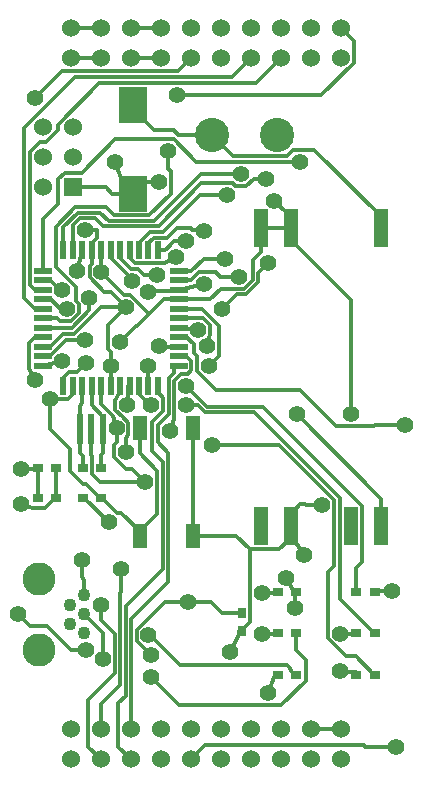
<source format=gtl>
*
*
G04 PADS 9.3.1 Build Number: 456998 generated Gerber (RS-274-X) file*
G04 PC Version=2.1*
*
%IN "BrainBoard.pcb"*%
*
%MOIN*%
*
%FSLAX35Y35*%
*
*
*
*
G04 PC Standard Apertures*
*
*
G04 Thermal Relief Aperture macro.*
%AMTER*
1,1,$1,0,0*
1,0,$1-$2,0,0*
21,0,$3,$4,0,0,45*
21,0,$3,$4,0,0,135*
%
*
*
G04 Annular Aperture macro.*
%AMANN*
1,1,$1,0,0*
1,0,$2,0,0*
%
*
*
G04 Odd Aperture macro.*
%AMODD*
1,1,$1,0,0*
1,0,$1-0.005,0,0*
%
*
*
G04 PC Custom Aperture Macros*
*
*
*
*
*
*
G04 PC Aperture Table*
*
%ADD010C,0.001*%
%ADD016R,0.038X0.03*%
%ADD023R,0.03X0.038*%
%ADD026C,0.06*%
%ADD027R,0.06X0.06*%
%ADD029R,0.05118X0.08268*%
%ADD037C,0.055*%
%ADD128R,0.05906X0.02165*%
%ADD129R,0.02165X0.05906*%
%ADD168C,0.04331*%
%ADD169C,0.11024*%
%ADD175C,0.11417*%
%ADD188R,0.095X0.12*%
%ADD189R,0.01969X0.10236*%
%ADD190R,0.04724X0.12598*%
%ADD191C,0.012*%
*
*
*
*
G04 PC Circuitry*
G04 Layer Name BrainBoard.pcb - circuitry*
%LPD*%
*
*
G04 PC Custom Flashes*
G04 Layer Name BrainBoard.pcb - flashes*
%LPD*%
*
*
G04 PC Circuitry*
G04 Layer Name BrainBoard.pcb - circuitry*
%LPD*%
*
G54D10*
G54D16*
G01X96163Y36754D03*
X89963D03*
X96163Y50504D03*
X89963D03*
X9963Y105504D03*
X16163D03*
X9963Y95504D03*
X16163D03*
X31163D03*
X24963D03*
X116213Y64254D03*
X122413D03*
Y50504D03*
X116213D03*
X122413Y36754D03*
X116213D03*
X96163Y64126D03*
X89963D03*
X31163Y105504D03*
X24963D03*
G54D23*
X78063Y57354D03*
Y51154D03*
G54D26*
X11813Y219254D03*
X21813D03*
X11813Y209254D03*
X21813D03*
X11813Y199254D03*
X21067Y8508D03*
Y18508D03*
X31067Y8508D03*
Y18508D03*
X41067Y8508D03*
Y18508D03*
X51067Y8508D03*
Y18508D03*
X61067Y8508D03*
Y18508D03*
X71067Y8508D03*
Y18508D03*
X81067Y8508D03*
Y18508D03*
X91067Y8508D03*
Y18508D03*
X101067Y8508D03*
Y18508D03*
X111067Y8508D03*
Y18508D03*
X21067Y242258D03*
Y252258D03*
X31067Y242258D03*
Y252258D03*
X41067Y242258D03*
Y252258D03*
X51067Y242258D03*
Y252258D03*
X61067Y242258D03*
Y252258D03*
X71067Y242258D03*
Y252258D03*
X81067Y242258D03*
Y252258D03*
X91067Y242258D03*
Y252258D03*
X101067Y242258D03*
Y252258D03*
X111067Y242258D03*
Y252258D03*
G54D27*
X21813Y199254D03*
G54D29*
X44018Y118831D03*
Y83004D03*
X61813Y118831D03*
Y83004D03*
G54D37*
X129512Y12598D03*
X47874Y35780D03*
X86677Y30740D03*
X110866Y37795D03*
X26205Y44850D03*
X31748Y41827D03*
X47874Y43339D03*
X74079Y44346D03*
X3528Y56945D03*
X46866Y49890D03*
X84661Y50394D03*
X110866D03*
X31244Y59969D03*
X59969Y60976D03*
X84661Y64000D03*
X95748Y58961D03*
X128000Y64504D03*
X24693Y75087D03*
X37795Y72063D03*
X92724Y69039D03*
X98772Y76598D03*
X33764Y87685D03*
X4535Y93732D03*
X104819Y93228D03*
X4535Y105323D03*
X45858Y100787D03*
X39307Y110866D03*
X53921Y117921D03*
X68031Y113386D03*
X36283Y118929D03*
X39811Y126488D03*
X47874D03*
X59465D03*
X96252Y123465D03*
X114394D03*
X132535Y119937D03*
X9071Y135055D03*
X14110Y128504D03*
X59465Y133039D03*
X18142Y141102D03*
X25701Y148157D03*
X26205Y140598D03*
X37291Y147654D03*
X34268Y139591D03*
X46866D03*
X50394Y146142D03*
X66520D03*
X67024Y139591D03*
X63496Y151685D03*
X19654Y158740D03*
X18142Y164787D03*
X27213Y162268D03*
X39307Y159244D03*
X41323Y167811D03*
X46866Y164283D03*
X71559Y158740D03*
X65512Y166803D03*
X23181Y171339D03*
X31244Y170835D03*
X49890Y169827D03*
X55937Y175874D03*
X72567Y175370D03*
X77102Y169323D03*
X86677Y173858D03*
X25701Y184945D03*
X59465Y181417D03*
X65512Y184441D03*
X73071Y196535D03*
X88693Y194520D03*
X35780Y207622D03*
X50394Y201071D03*
X77606Y203591D03*
X86173Y202079D03*
X97260Y207622D03*
X53417Y211150D03*
X9071Y228787D03*
X56441Y229795D03*
G54D128*
X56951Y139756D03*
Y142906D03*
Y146055D03*
Y149205D03*
Y152354D03*
Y155504D03*
Y158654D03*
Y161803D03*
Y164953D03*
Y168102D03*
Y171252D03*
X11675D03*
Y168102D03*
Y164953D03*
Y161803D03*
Y158654D03*
Y155504D03*
Y152354D03*
Y149205D03*
Y146055D03*
Y142906D03*
Y139756D03*
G54D129*
X50061Y178142D03*
X46911D03*
X43762D03*
X40612D03*
X37463D03*
X34313D03*
X31163D03*
X28014D03*
X24864D03*
X21715D03*
X18565D03*
Y132866D03*
X21715D03*
X24864D03*
X28014D03*
X31163D03*
X34313D03*
X37463D03*
X40612D03*
X43762D03*
X46911D03*
X50061D03*
G54D168*
X25563Y63102D03*
X20839Y59953D03*
X25563Y56803D03*
X20839Y53654D03*
X25563Y50504D03*
G54D169*
X10406Y44992D03*
Y68614D03*
G54D175*
X68063Y216754D03*
X89717D03*
G54D188*
X41813Y226504D03*
Y197004D03*
G54D189*
X31813Y118508D03*
X27876D03*
X23939D03*
G54D190*
X124313Y185504D03*
X94313D03*
X84313D03*
Y86291D03*
X94313D03*
X114313D03*
X124313D03*
G54D191*
X61067Y8508D02*
X65661Y13102D01*
X118735*
X119239Y12598*
X129512*
X26867Y28342D02*
Y12708D01*
X31067Y8508*
X26867Y28342D02*
X35698Y37173D01*
Y50389*
X31067Y18508D02*
Y26980D01*
X37503Y33415*
Y64067*
X37795Y64360*
Y72063*
X36867Y27203D02*
Y12708D01*
X41067Y8508*
X36867Y27203D02*
X39307Y29643D01*
Y59574*
X51608Y71875*
Y107683*
X41067Y18508D02*
Y25799D01*
X41112Y25844*
Y55315*
X53417Y67620*
Y110653*
X101067Y18508D02*
X111067D01*
X47874Y35780D02*
X56945Y26709D01*
X91215*
X99263Y34757*
Y41727*
X86677Y30740D02*
X89012Y36754D01*
X89963*
X110866Y37795D02*
X114913Y37654D01*
X116213*
Y36754*
X74079Y44346D02*
X77163Y49854D01*
Y51154*
X78063*
X3528Y56945D02*
X7545Y52928D01*
X13069*
X21147Y44850*
X26205*
X25563Y56803D02*
X31748Y50618D01*
Y41827*
X42916Y51526D02*
X52367Y60976D01*
X59969*
X42916Y51526D02*
Y47835D01*
X47643Y43108*
X47874Y43339*
X46866Y49890D02*
X47097Y50120D01*
X57406Y39811*
X93106*
X93614Y39302*
X94863Y37654*
X95545Y36754*
X96163*
X78063Y51154D02*
Y51554D01*
X80763Y54254*
Y61032*
X84661Y50394D02*
X89963D01*
Y50504*
X96163D02*
Y44827D01*
X99263Y41727*
X106835Y48839D02*
Y70803D01*
X108850Y72819*
X106835Y48839D02*
X112839Y42835D01*
X115932*
X122013Y36754*
X122413*
X110866Y50394D02*
X116213D01*
Y50504*
X31244Y59969D02*
Y54843D01*
X35698Y50389*
X59969Y60976D02*
X67830D01*
X71452Y57354*
X78063*
X84661Y64000D02*
X89963D01*
Y64126*
X95748Y58961D02*
Y64126D01*
X96163*
X122413Y64254D02*
Y64504D01*
X128000*
X116213Y64254D02*
Y72393D01*
X117921Y74102*
X24693Y75087D02*
Y69237D01*
X25563Y68367*
Y63102*
X92724Y69039D02*
X95343Y64126D01*
X96163*
X44018Y83004D02*
Y84579D01*
X49808Y90369*
Y104680*
X61813Y83004D02*
X76130D01*
X80630Y78504*
X61813Y83004D02*
Y118831D01*
X80630Y78504D02*
X90463D01*
X94313Y82354*
Y86291*
X80630Y78504D02*
Y61165D01*
X80763Y61032*
X94313Y86291D02*
Y90228D01*
X97524Y93439*
X99091*
X99302Y93228*
X104819*
X94313Y86291D02*
Y83202D01*
X98772Y76598*
X4409Y93228D02*
X8441Y92220D01*
X12480*
X15763Y95504*
X16163*
X4409Y93228D02*
X4535Y93732D01*
X9963Y95504D02*
Y105504D01*
X16163Y95504D02*
Y105504D01*
X24963Y95504D02*
Y95649D01*
X25508*
X33618Y87540*
X33764Y87685*
X31163Y95504D02*
X31563D01*
X36358Y90709*
X37888*
X44018Y84579*
Y83004*
X4535Y105323D02*
X9963D01*
Y105504*
X31163D02*
Y109872D01*
X31813Y110522*
Y118508*
X35357Y113278D02*
X36283Y114204D01*
Y118929*
X35357Y113278D02*
Y109230D01*
X39264Y105323*
X41323*
X45858Y100787*
X39307Y110866D02*
Y115602D01*
X40233Y116528*
Y120565*
X53921Y117921D02*
X55515Y121914D01*
Y134676*
X57910Y137071*
X59998*
X61108Y138181*
Y141331*
X68031Y113386D02*
X90248D01*
X108850Y94783*
Y72819*
X23939Y118508D02*
Y126307D01*
X24864Y127232*
Y132866*
X23939Y118508D02*
Y110709D01*
X24963Y109685*
Y105504*
X27876Y118508D02*
Y109939D01*
X28063Y109752*
Y103507*
X30782Y100787*
X45858*
X35861Y128124D02*
Y124852D01*
X38256Y122457*
X38342*
X40233Y120565*
X35861Y128124D02*
X36241Y128504D01*
X36980Y130513*
X37463Y131825*
Y132866*
X39811Y126488D02*
X40130Y130513D01*
Y132866*
X40612*
X48171Y120901D02*
Y111120D01*
X51608Y107683*
X48171Y120901D02*
X51824Y124553D01*
Y128897*
X49971Y119856D02*
Y114099D01*
X53417Y110653*
X49971Y119856D02*
X53669Y123554D01*
Y135543*
X55433Y137306*
Y139756*
X56951*
X44018Y118831D02*
Y110471D01*
X49808Y104680*
X59465Y126488D02*
X63442D01*
X65766Y124165*
X82014*
X110701Y95478*
Y61816*
X122013Y50504*
X122413*
X96252Y123465D02*
X124313Y95404D01*
Y86291*
X18565Y132866D02*
X18162D01*
Y135140*
X20460Y137438*
X23044*
X26205Y140598*
X14110Y128504D02*
X19971D01*
X22089Y130622*
X14110Y128504D02*
Y118604D01*
X20661Y112053*
Y104708*
X25086Y100283*
X25983*
X30763Y95504*
X31163*
X21715Y132866D02*
X22089D01*
Y130622*
X31163Y132866D02*
Y126957D01*
X35160Y122961*
X36283Y118929*
X28014Y132866D02*
Y126441D01*
X31813Y122642*
Y118508*
X43762Y132866D02*
X43405D01*
Y130640*
X47715Y126330*
X47874Y126488*
X50061Y132866D02*
Y131123D01*
X50544Y130513*
X51824Y128897*
X59465Y133039D02*
X66520Y125984D01*
X84979*
X117921Y93042*
Y74102*
X7055Y147215D02*
Y138626D01*
X9071Y135055*
X7055Y147215D02*
X9425Y149585D01*
X11675*
Y149205*
Y139756D02*
X11729D01*
X18142Y141102*
X11675Y142906D02*
Y142549D01*
X13902*
X19510Y148157*
X25701*
X11675Y146055D02*
Y145699D01*
X13902*
X18376Y150173*
X21947*
X31018Y159244*
X39307*
X33260Y145324D02*
Y153197D01*
X39307Y159244*
X33260Y145324D02*
X34268Y144316D01*
Y139591*
X37291Y147654D02*
X42729Y153091D01*
X43211*
X47128Y157009*
X34268Y139591D02*
X34313D01*
Y132866*
X46866Y139591D02*
X46911D01*
Y132866*
X50394Y146142D02*
Y146055D01*
X56951*
Y142906D02*
Y143262D01*
X59177*
X61108Y141331*
X66520Y146142D02*
X67528Y150173D01*
X67024Y139591D02*
X70470Y143037D01*
X11675Y152354D02*
X21399D01*
X27213Y158167*
Y162268*
X11675Y155504D02*
X16573D01*
X17368Y154709*
X21208*
X23604Y157104*
Y160379*
X47128Y157009D02*
X51923Y161803D01*
X56951*
Y155504D02*
X61416D01*
X61629Y155717*
X65051*
X67528Y153240*
Y150173*
X56951Y152354D02*
Y151872D01*
X59304*
X63496Y151685*
X56951Y149205D02*
Y149585D01*
X59201*
X61984Y146801*
Y144046*
X62992Y143038*
Y138036*
X69500Y131528*
X97260*
X109354Y119433*
X122015*
X122519Y119937*
X132535*
X7517Y166528D02*
Y210898D01*
X10793Y214173*
X12672*
X16630Y218131*
Y220011*
X30446Y233827*
X82636*
X91067Y242258*
X7517Y166528D02*
X9449Y164596D01*
X11675*
Y164953*
Y161803D02*
Y162183D01*
X13925*
X17368Y158740*
X19654*
X11675Y168102D02*
Y168459D01*
X13902*
X17857Y164503*
X18142Y164787*
X41323Y167811D02*
X41686Y168174D01*
X46866Y164283D02*
Y164470D01*
X56951*
Y164953*
Y168102D02*
X61164D01*
X63896Y170835*
X69354*
X70865Y169323*
X77102*
X56951Y164953D02*
X57113D01*
X65512Y166803*
X56951Y161803D02*
X67567D01*
X71055Y165291*
X78657*
X81638Y168272*
Y174866*
X84313Y177541*
Y185504*
X56951Y158654D02*
X64659D01*
X70470Y152843*
Y143037*
X71559Y158740D02*
X76310Y163491D01*
X79403*
X83438Y167527*
Y170619*
X86677Y173858*
X11675Y171252D02*
Y188659D01*
X16630Y193614*
Y201768*
X18956Y204094*
X24630*
X35716Y215181*
X55305*
X62864Y207622*
X97260*
X23181Y171339D02*
X24864Y177578D01*
Y178142*
X18565D02*
Y185941D01*
X23319Y190695*
X30909*
X33600Y188004*
X48677*
X64263Y203591*
X77606*
X21715Y178142D02*
Y186545D01*
X24065Y188895*
X29204*
X31895Y186204*
X50293*
X64575Y200485*
X74916*
X75761Y199641*
X79514*
X81952Y202079*
X86173*
X28014Y178142D02*
X27657D01*
Y180368*
X29651Y182362*
Y184945*
X27294Y169199D02*
X32209Y164283D01*
X34268*
X39307Y159244*
X27294Y169199D02*
Y172870D01*
X28014Y173590*
Y178142*
X31244Y170835D02*
X38803Y163276D01*
X40862*
X47128Y157009*
X31163Y178142D02*
Y170835D01*
X31244*
X41686Y168174D02*
X33950Y175909D01*
Y178142*
X34313*
X37106Y175915D02*
X41179Y171843D01*
X43401*
X45416Y169827*
X45416D02*
X49890D01*
X37106Y175915D02*
Y178142D01*
X37463*
X40256Y175915D02*
X42313Y173858D01*
X52367*
X55937Y175874*
X40256Y175915D02*
Y178142D01*
X40612*
X43762D02*
X43405D01*
Y180368*
X47352Y184315*
X51795*
X64016Y196535*
X73071*
X46911Y178142D02*
X46555D01*
Y180368*
X48612Y182425*
X53245*
X56269Y185449*
X61039*
X61542Y184945*
X65512*
Y184441*
X50061Y178142D02*
X52344D01*
X53921Y179719*
Y179824*
X55515Y181417*
X59465*
X56951Y171252D02*
X61164D01*
X65282Y175370*
X72567*
X16126Y186047D02*
Y172598D01*
X22677Y166047*
Y161305*
X23604Y160379*
X16126Y186047D02*
X22573Y192495D01*
X32613*
X35304Y189804*
X47060*
X54344Y197088*
Y204480*
X25701Y184945D02*
X29651D01*
X84313Y185504D02*
X94313D01*
Y181567*
X114394Y161486*
Y123465*
X41813Y197004D02*
Y201071D01*
X50394*
X88693Y194520D02*
X92551Y191203D01*
X94313Y189688*
Y185504*
X21813Y199254D02*
X32613D01*
X34863Y197004*
X41813*
X35780Y207622D02*
X37663Y202404D01*
Y197004*
X41813*
X53417Y211150D02*
Y205406D01*
X54344Y204480*
X68063Y216754D02*
X75179Y209638D01*
X93030*
X95046Y211654*
X102100*
X124313Y189441*
Y185504*
X5543Y218924D02*
Y162203D01*
X9449Y158297*
X11675*
Y158654*
X5543Y218924D02*
X22462Y235843D01*
X74652*
X81067Y242258*
X41813Y226504D02*
Y225254D01*
X48862Y218205*
X55305*
X56756Y216754*
X68063*
X9071Y228787D02*
X18142Y237858D01*
X56667*
X61067Y242258*
X56441Y229795D02*
X104544D01*
X115267Y240518*
Y248058*
X21067Y242258D02*
X31067D01*
X41067D02*
X51067D01*
X21067Y252258D02*
X31067D01*
X41067D02*
X51067D01*
X111067D02*
X115267Y248058D01*
X0Y0D02*
M02*

</source>
